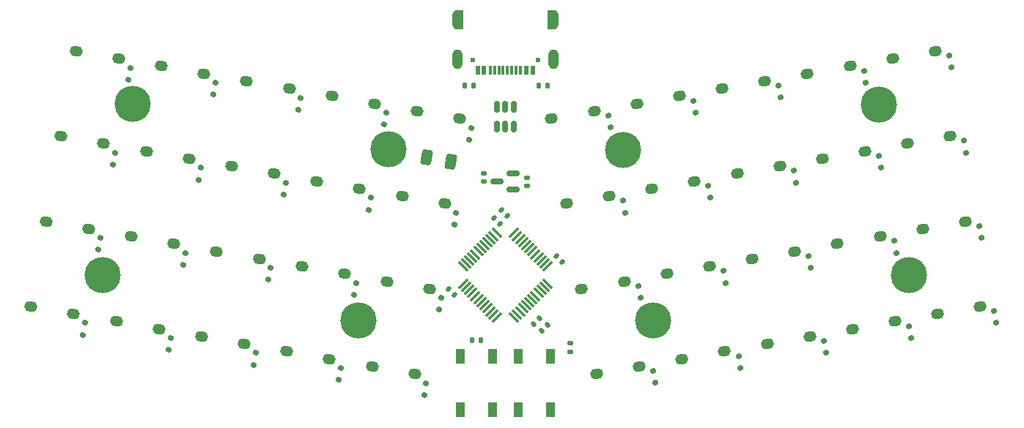
<source format=gbr>
%TF.GenerationSoftware,KiCad,Pcbnew,7.0.8*%
%TF.CreationDate,2023-11-25T12:38:12-06:00*%
%TF.ProjectId,lemmingz40,6c656d6d-696e-4677-9a34-302e6b696361,rev?*%
%TF.SameCoordinates,Original*%
%TF.FileFunction,Soldermask,Bot*%
%TF.FilePolarity,Negative*%
%FSLAX46Y46*%
G04 Gerber Fmt 4.6, Leading zero omitted, Abs format (unit mm)*
G04 Created by KiCad (PCBNEW 7.0.8) date 2023-11-25 12:38:12*
%MOMM*%
%LPD*%
G01*
G04 APERTURE LIST*
G04 Aperture macros list*
%AMRoundRect*
0 Rectangle with rounded corners*
0 $1 Rounding radius*
0 $2 $3 $4 $5 $6 $7 $8 $9 X,Y pos of 4 corners*
0 Add a 4 corners polygon primitive as box body*
4,1,4,$2,$3,$4,$5,$6,$7,$8,$9,$2,$3,0*
0 Add four circle primitives for the rounded corners*
1,1,$1+$1,$2,$3*
1,1,$1+$1,$4,$5*
1,1,$1+$1,$6,$7*
1,1,$1+$1,$8,$9*
0 Add four rect primitives between the rounded corners*
20,1,$1+$1,$2,$3,$4,$5,0*
20,1,$1+$1,$4,$5,$6,$7,0*
20,1,$1+$1,$6,$7,$8,$9,0*
20,1,$1+$1,$8,$9,$2,$3,0*%
%AMHorizOval*
0 Thick line with rounded ends*
0 $1 width*
0 $2 $3 position (X,Y) of the first rounded end (center of the circle)*
0 $4 $5 position (X,Y) of the second rounded end (center of the circle)*
0 Add line between two ends*
20,1,$1,$2,$3,$4,$5,0*
0 Add two circle primitives to create the rounded ends*
1,1,$1,$2,$3*
1,1,$1,$4,$5*%
G04 Aperture macros list end*
%ADD10R,0.700000X2.300000*%
%ADD11O,1.200000X2.300000*%
%ADD12C,0.600000*%
%ADD13R,0.550000X1.100000*%
%ADD14R,0.300000X1.100000*%
%ADD15C,4.190000*%
%ADD16RoundRect,0.140000X0.021213X-0.219203X0.219203X-0.021213X-0.021213X0.219203X-0.219203X0.021213X0*%
%ADD17RoundRect,0.150000X-0.170914X0.182451X-0.223009X-0.112992X0.170914X-0.182451X0.223009X0.112992X0*%
%ADD18RoundRect,0.140000X-0.170000X0.140000X-0.170000X-0.140000X0.170000X-0.140000X0.170000X0.140000X0*%
%ADD19RoundRect,0.150000X-0.223009X0.112992X-0.170914X-0.182451X0.223009X-0.112992X0.170914X0.182451X0*%
%ADD20RoundRect,0.140000X-0.219203X-0.021213X-0.021213X-0.219203X0.219203X0.021213X0.021213X0.219203X0*%
%ADD21RoundRect,0.140000X0.219203X0.021213X0.021213X0.219203X-0.219203X-0.021213X-0.021213X-0.219203X0*%
%ADD22RoundRect,0.250000X-0.477833X-0.550387X0.260773X-0.680623X0.477833X0.550387X-0.260773X0.680623X0*%
%ADD23RoundRect,0.135000X0.135000X0.185000X-0.135000X0.185000X-0.135000X-0.185000X0.135000X-0.185000X0*%
%ADD24RoundRect,0.150000X0.587500X0.150000X-0.587500X0.150000X-0.587500X-0.150000X0.587500X-0.150000X0*%
%ADD25RoundRect,0.075000X0.521491X0.415425X0.415425X0.521491X-0.521491X-0.415425X-0.415425X-0.521491X0*%
%ADD26RoundRect,0.075000X0.521491X-0.415425X-0.415425X0.521491X-0.521491X0.415425X0.415425X-0.521491X0*%
%ADD27R,1.100000X1.800000*%
%ADD28RoundRect,0.140000X-0.140000X-0.170000X0.140000X-0.170000X0.140000X0.170000X-0.140000X0.170000X0*%
%ADD29RoundRect,0.135000X0.185000X-0.135000X0.185000X0.135000X-0.185000X0.135000X-0.185000X-0.135000X0*%
%ADD30RoundRect,0.150000X0.150000X-0.512500X0.150000X0.512500X-0.150000X0.512500X-0.150000X-0.512500X0*%
%ADD31HorizOval,1.224000X0.147721X0.026047X-0.147721X-0.026047X0*%
%ADD32HorizOval,1.224000X0.147721X-0.026047X-0.147721X0.026047X0*%
G04 APERTURE END LIST*
D10*
%TO.C,J1*%
X87460012Y-36504151D03*
X97860012Y-36504151D03*
D11*
X87085012Y-41104151D03*
X98235012Y-41104151D03*
X87085012Y-36504151D03*
X98235012Y-36504151D03*
D12*
X88910012Y-41184151D03*
X96410012Y-41184151D03*
D13*
X89460012Y-42384151D03*
X95860012Y-42384151D03*
X90210012Y-42384151D03*
D14*
X90910012Y-42384151D03*
X91410012Y-42384151D03*
X91910012Y-42384151D03*
D13*
X95110012Y-42384151D03*
D14*
X94410012Y-42384151D03*
X93910012Y-42384151D03*
X93410012Y-42384151D03*
X92910012Y-42384151D03*
X92410012Y-42384151D03*
%TD*%
D15*
%TO.C,H4*%
X75663823Y-71275424D03*
%TD*%
D16*
%TO.C,C4*%
X97499462Y-71835939D03*
X96820640Y-72514761D03*
%TD*%
D17*
%TO.C,D3*%
X59185143Y-43796463D03*
X58942035Y-45175193D03*
%TD*%
D18*
%TO.C,C9*%
X90160011Y-55241994D03*
X90160011Y-54281994D03*
%TD*%
D15*
%TO.C,H5*%
X106248381Y-51579265D03*
%TD*%
D19*
%TO.C,D20*%
X106270733Y-57464797D03*
X106513841Y-58843527D03*
%TD*%
D17*
%TO.C,D35*%
X63823779Y-75077176D03*
X63580671Y-76455906D03*
%TD*%
D19*
%TO.C,D28*%
X117855295Y-65576393D03*
X118098403Y-66955123D03*
%TD*%
D15*
%TO.C,H8*%
X139265580Y-66065975D03*
%TD*%
D17*
%TO.C,D21*%
X45864105Y-61756135D03*
X45620997Y-63134865D03*
%TD*%
D19*
%TO.C,D32*%
X149136007Y-70215028D03*
X149379115Y-71593758D03*
%TD*%
%TO.C,D34*%
X139287930Y-71951509D03*
X139531038Y-73330239D03*
%TD*%
D20*
%TO.C,C6*%
X86799460Y-68314760D03*
X86120638Y-67635938D03*
%TD*%
D21*
%TO.C,C5*%
X91320637Y-59435939D03*
X91999459Y-60114761D03*
%TD*%
D22*
%TO.C,F1*%
X86338779Y-52918458D03*
X83581317Y-52432244D03*
%TD*%
D23*
%TO.C,R3*%
X97499961Y-44166649D03*
X96479961Y-44166649D03*
%TD*%
D24*
%TO.C,U3*%
X91722512Y-55241994D03*
X93597512Y-56191994D03*
X93597512Y-54291994D03*
%TD*%
D17*
%TO.C,D25*%
X65560259Y-65229101D03*
X65317151Y-66607831D03*
%TD*%
D25*
%TO.C,U2*%
X97547888Y-65076537D03*
X97194334Y-64722983D03*
X96840781Y-64369430D03*
X96487227Y-64015876D03*
X96133674Y-63662323D03*
X95780121Y-63308770D03*
X95426567Y-62955216D03*
X95073014Y-62601663D03*
X94719461Y-62248110D03*
X94365907Y-61894556D03*
X94012354Y-61541003D03*
X93658800Y-61187449D03*
D26*
X91661224Y-61187449D03*
X91307670Y-61541003D03*
X90954117Y-61894556D03*
X90600563Y-62248110D03*
X90247010Y-62601663D03*
X89893457Y-62955216D03*
X89539903Y-63308770D03*
X89186350Y-63662323D03*
X88832797Y-64015876D03*
X88479243Y-64369430D03*
X88125690Y-64722983D03*
X87772136Y-65076537D03*
D25*
X87772136Y-67074113D03*
X88125690Y-67427667D03*
X88479243Y-67781220D03*
X88832797Y-68134774D03*
X89186350Y-68488327D03*
X89539903Y-68841880D03*
X89893457Y-69195434D03*
X90247010Y-69548987D03*
X90600563Y-69902540D03*
X90954117Y-70256094D03*
X91307670Y-70609647D03*
X91661224Y-70963201D03*
D26*
X93658800Y-70963201D03*
X94012354Y-70609647D03*
X94365907Y-70256094D03*
X94719461Y-69902540D03*
X95073014Y-69548987D03*
X95426567Y-69195434D03*
X95780121Y-68841880D03*
X96133674Y-68488327D03*
X96487227Y-68134774D03*
X96840781Y-67781220D03*
X97194334Y-67427667D03*
X97547888Y-67074113D03*
%TD*%
D19*
%TO.C,D30*%
X108007218Y-67312877D03*
X108250326Y-68691607D03*
%TD*%
D15*
%TO.C,H7*%
X109721346Y-71275421D03*
%TD*%
D17*
%TO.C,D9*%
X88729377Y-49005909D03*
X88486269Y-50384639D03*
%TD*%
D23*
%TO.C,R2*%
X89003347Y-44166649D03*
X87983347Y-44166649D03*
%TD*%
D19*
%TO.C,D24*%
X137551450Y-62103431D03*
X137794558Y-63482161D03*
%TD*%
D17*
%TO.C,D27*%
X75408336Y-66965579D03*
X75165228Y-68344309D03*
%TD*%
D19*
%TO.C,D26*%
X127703371Y-63839913D03*
X127946479Y-65218643D03*
%TD*%
%TO.C,D38*%
X119591772Y-75424471D03*
X119834880Y-76803201D03*
%TD*%
%TO.C,D8*%
X114382330Y-45880240D03*
X114625438Y-47258970D03*
%TD*%
D17*
%TO.C,D29*%
X85256417Y-68702060D03*
X85013309Y-70080790D03*
%TD*%
%TO.C,D15*%
X67296742Y-55381019D03*
X67053634Y-56759749D03*
%TD*%
D19*
%TO.C,D16*%
X125966889Y-53991832D03*
X126209997Y-55370562D03*
%TD*%
%TO.C,D40*%
X109743698Y-77160954D03*
X109986806Y-78539684D03*
%TD*%
D17*
%TO.C,D31*%
X44127625Y-71604214D03*
X43884517Y-72982944D03*
%TD*%
D16*
%TO.C,C3*%
X96599461Y-71035940D03*
X95920639Y-71714762D03*
%TD*%
D17*
%TO.C,D13*%
X57448665Y-53644538D03*
X57205557Y-55023268D03*
%TD*%
%TO.C,D39*%
X83519932Y-78550139D03*
X83276824Y-79928869D03*
%TD*%
%TO.C,D19*%
X86992899Y-58853984D03*
X86749791Y-60232714D03*
%TD*%
%TO.C,D11*%
X47600588Y-51908060D03*
X47357480Y-53286790D03*
%TD*%
D19*
%TO.C,D14*%
X135814966Y-52255352D03*
X136058074Y-53634082D03*
%TD*%
%TO.C,D2*%
X143926563Y-40670797D03*
X144169671Y-42049527D03*
%TD*%
D27*
%TO.C,SW42*%
X91176682Y-81675320D03*
X91176682Y-75475320D03*
X87476682Y-75475320D03*
X87476682Y-81675320D03*
%TD*%
D19*
%TO.C,D6*%
X124230409Y-44143756D03*
X124473517Y-45522486D03*
%TD*%
D21*
%TO.C,C2*%
X92220638Y-58535938D03*
X92899460Y-59214760D03*
%TD*%
D28*
%TO.C,C1*%
X89806678Y-73575322D03*
X88846678Y-73575322D03*
%TD*%
D19*
%TO.C,D22*%
X147399526Y-60366948D03*
X147642634Y-61745678D03*
%TD*%
D17*
%TO.C,D7*%
X78881302Y-47269425D03*
X78638194Y-48648155D03*
%TD*%
D19*
%TO.C,D12*%
X145663043Y-50518875D03*
X145906151Y-51897605D03*
%TD*%
D29*
%TO.C,R1*%
X100160008Y-73898655D03*
X100160008Y-74918655D03*
%TD*%
D19*
%TO.C,D18*%
X116118816Y-55728314D03*
X116361924Y-57107044D03*
%TD*%
%TO.C,D4*%
X134078485Y-42407276D03*
X134321593Y-43786006D03*
%TD*%
D17*
%TO.C,D1*%
X49337067Y-42059981D03*
X49093959Y-43438711D03*
%TD*%
D15*
%TO.C,H2*%
X79157630Y-51461058D03*
%TD*%
%TO.C,H6*%
X135792617Y-46369820D03*
%TD*%
D21*
%TO.C,C7*%
X98520637Y-63835942D03*
X99199459Y-64514764D03*
%TD*%
D17*
%TO.C,D37*%
X73671855Y-76813656D03*
X73428747Y-78192386D03*
%TD*%
D30*
%TO.C,U1*%
X93610012Y-46604498D03*
X92660012Y-46604498D03*
X91710012Y-46604498D03*
X91710012Y-48879498D03*
X92660012Y-48879498D03*
X93610012Y-48879498D03*
%TD*%
D17*
%TO.C,D5*%
X69033223Y-45532942D03*
X68790115Y-46911672D03*
%TD*%
D18*
%TO.C,C10*%
X95160009Y-55721995D03*
X95160009Y-54761995D03*
%TD*%
D17*
%TO.C,D17*%
X77144818Y-57117504D03*
X76901710Y-58496234D03*
%TD*%
%TO.C,D23*%
X55712184Y-63492618D03*
X55469076Y-64871348D03*
%TD*%
D27*
%TO.C,SW41*%
X97843342Y-81675320D03*
X97843342Y-75475320D03*
X94143342Y-75475320D03*
X94143342Y-81675320D03*
%TD*%
D17*
%TO.C,D33*%
X53975700Y-73340694D03*
X53732592Y-74719424D03*
%TD*%
D19*
%TO.C,D10*%
X104534250Y-47616721D03*
X104777358Y-48995451D03*
%TD*%
%TO.C,D36*%
X129439855Y-73687990D03*
X129682963Y-75066720D03*
%TD*%
D31*
%TO.C,SW6*%
X122614277Y-43616385D03*
X117690239Y-44484625D03*
%TD*%
D32*
%TO.C,SW35*%
X62485483Y-74028855D03*
X57561445Y-73160615D03*
%TD*%
%TO.C,SW27*%
X74070045Y-65917263D03*
X69146007Y-65049023D03*
%TD*%
%TO.C,SW23*%
X54373894Y-62444294D03*
X49449856Y-61576054D03*
%TD*%
D31*
%TO.C,SW22*%
X145783397Y-59839577D03*
X140859359Y-60707817D03*
%TD*%
%TO.C,SW26*%
X126087241Y-63312541D03*
X121163203Y-64180781D03*
%TD*%
D32*
%TO.C,SW39*%
X82181641Y-77501822D03*
X77257603Y-76633582D03*
%TD*%
%TO.C,SW9*%
X87391088Y-47957588D03*
X82467050Y-47089348D03*
%TD*%
%TO.C,SW37*%
X72333561Y-75765341D03*
X67409523Y-74897101D03*
%TD*%
D31*
%TO.C,SW28*%
X116239164Y-65049022D03*
X111315126Y-65917262D03*
%TD*%
%TO.C,SW16*%
X124350757Y-53464462D03*
X119426719Y-54332702D03*
%TD*%
%TO.C,SW24*%
X135935320Y-61576058D03*
X131011282Y-62444298D03*
%TD*%
D32*
%TO.C,SW3*%
X57846854Y-42748143D03*
X52922816Y-41879903D03*
%TD*%
%TO.C,SW5*%
X67694931Y-44484626D03*
X62770893Y-43616386D03*
%TD*%
D31*
%TO.C,SW12*%
X144046915Y-49991497D03*
X139122877Y-50859737D03*
%TD*%
%TO.C,SW14*%
X134198838Y-51727979D03*
X129274800Y-52596219D03*
%TD*%
D32*
%TO.C,SW7*%
X77543007Y-46221108D03*
X72618969Y-45352868D03*
%TD*%
D31*
%TO.C,SW30*%
X106391087Y-66785500D03*
X101467049Y-67653740D03*
%TD*%
%TO.C,SW40*%
X108127569Y-76633582D03*
X103203531Y-77501822D03*
%TD*%
D32*
%TO.C,SW33*%
X52637409Y-72292376D03*
X47713371Y-71424136D03*
%TD*%
D31*
%TO.C,SW18*%
X114502681Y-55200944D03*
X109578643Y-56069184D03*
%TD*%
D32*
%TO.C,SW17*%
X75806527Y-56069186D03*
X70882489Y-55200946D03*
%TD*%
D31*
%TO.C,SW34*%
X137671798Y-71424137D03*
X132747760Y-72292377D03*
%TD*%
%TO.C,SW4*%
X132462353Y-41879900D03*
X127538315Y-42748140D03*
%TD*%
D32*
%TO.C,SW13*%
X56110369Y-52596218D03*
X51186331Y-51727978D03*
%TD*%
%TO.C,SW11*%
X46262294Y-50859740D03*
X41338256Y-49991500D03*
%TD*%
%TO.C,SW31*%
X42789332Y-70555894D03*
X37865294Y-69687654D03*
%TD*%
%TO.C,SW25*%
X64221967Y-64180781D03*
X59297929Y-63312541D03*
%TD*%
%TO.C,SW29*%
X83918122Y-67653743D03*
X78994084Y-66785503D03*
%TD*%
D31*
%TO.C,SW36*%
X127823723Y-73160618D03*
X122899685Y-74028858D03*
%TD*%
D32*
%TO.C,SW1*%
X47998777Y-41011659D03*
X43074739Y-40143419D03*
%TD*%
%TO.C,SW21*%
X44525813Y-60707815D03*
X39601775Y-59839575D03*
%TD*%
%TO.C,SW15*%
X65958452Y-54332702D03*
X61034414Y-53464462D03*
%TD*%
D31*
%TO.C,SW38*%
X117975647Y-74897097D03*
X113051609Y-75765337D03*
%TD*%
D32*
%TO.C,SW19*%
X85654602Y-57805663D03*
X80730564Y-56937423D03*
%TD*%
D31*
%TO.C,SW8*%
X112766202Y-45352866D03*
X107842164Y-46221106D03*
%TD*%
%TO.C,SW20*%
X104654605Y-56937422D03*
X99730567Y-57805662D03*
%TD*%
%TO.C,SW10*%
X102918121Y-47089349D03*
X97994083Y-47957589D03*
%TD*%
%TO.C,SW32*%
X147519882Y-69687654D03*
X142595844Y-70555894D03*
%TD*%
%TO.C,SW2*%
X142310433Y-40143421D03*
X137386395Y-41011661D03*
%TD*%
D15*
%TO.C,H3*%
X46119592Y-66065976D03*
%TD*%
%TO.C,H1*%
X49613397Y-46251616D03*
%TD*%
M02*

</source>
